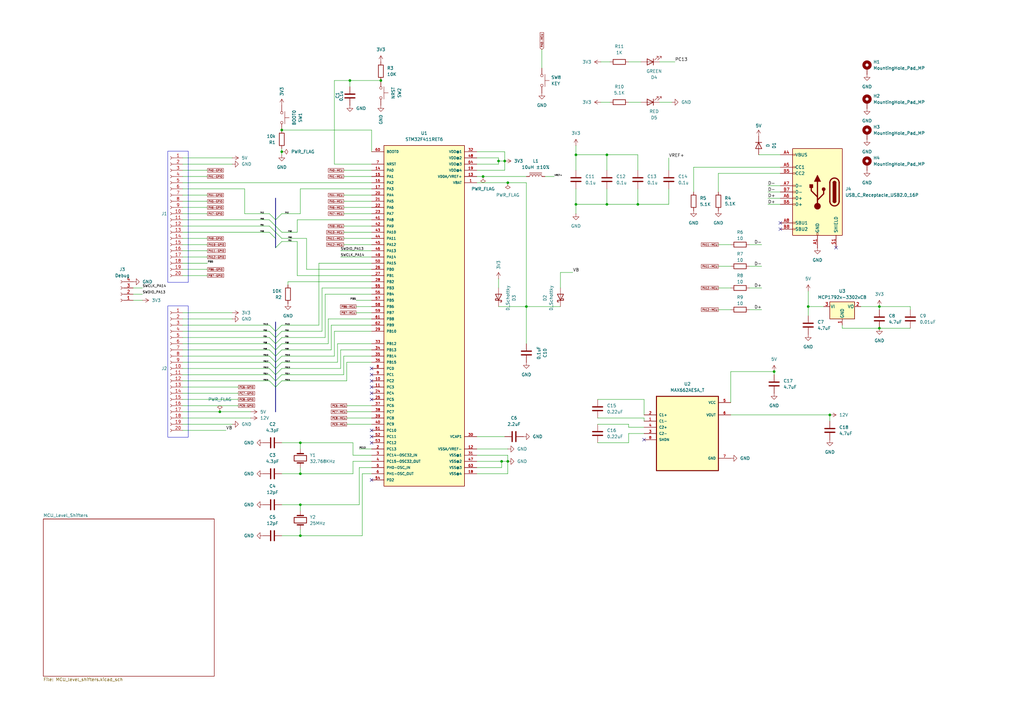
<source format=kicad_sch>
(kicad_sch (version 20250114) (generator "eeschema") (generator_version "9.0")
  (paper "A3")
  (rectangle (start 68.834 61.976) (end 77.216 115.824))
  (rectangle (start 68.834 125.476) (end 77.216 179.324))
  (junction (at 207.01 66.04))
  (junction (at 340.36 170.18))
  (junction (at 205.74 189.23))
  (junction (at 236.22 63.5))
  (junction (at 360.68 134.62))
  (junction (at 317.5 152.4))
  (junction (at 208.28 189.23))
  (junction (at 123.19 219.71))
  (junction (at 143.51 33.02))
  (junction (at 123.19 181.61))
  (junction (at 215.9 125.73))
  (junction (at 123.19 207.01))
  (junction (at 156.21 33.02))
  (junction (at 198.12 72.39))
  (junction (at 208.28 74.93))
  (junction (at 360.68 125.73))
  (junction (at 248.92 63.5))
  (junction (at 236.22 83.82))
  (junction (at 90.17 168.91))
  (junction (at 115.57 53.34))
  (junction (at 204.47 66.04))
  (junction (at 331.47 125.73))
  (junction (at 115.57 62.23))
  (junction (at 261.62 83.82))
  (junction (at 123.19 194.31))
  (junction (at 248.92 83.82))
  (no_connect (at 152.4 176.53))
  (no_connect (at 320.04 93.98))
  (no_connect (at 152.4 161.29))
  (no_connect (at 342.9 101.6))
  (no_connect (at 152.4 181.61))
  (no_connect (at 152.4 151.13))
  (no_connect (at 152.4 158.75))
  (no_connect (at 152.4 179.07))
  (no_connect (at 152.4 163.83))
  (no_connect (at 152.4 196.85))
  (no_connect (at 152.4 156.21))
  (no_connect (at 320.04 91.44))
  (no_connect (at 264.16 180.34))
  (no_connect (at 152.4 153.67))
  (bus_entry (at 110.49 95.25) (size 2.54 2.54))
  (bus_entry (at 110.49 146.05) (size 2.54 2.54))
  (bus_entry (at 113.03 92.71) (size 2.54 2.54))
  (bus_entry (at 113.03 153.67) (size 2.54 -2.54))
  (bus_entry (at 113.03 140.97) (size -2.54 -2.54))
  (bus_entry (at 110.49 90.17) (size 2.54 2.54))
  (bus_entry (at 110.49 87.63) (size 2.54 2.54))
  (bus_entry (at 113.03 148.59) (size 2.54 -2.54))
  (bus_entry (at 113.03 151.13) (size 2.54 -2.54))
  (bus_entry (at 110.49 92.71) (size 2.54 2.54))
  (bus_entry (at 113.03 156.21) (size 2.54 -2.54))
  (bus_entry (at 110.49 156.21) (size 2.54 2.54))
  (bus_entry (at 110.49 151.13) (size 2.54 2.54))
  (bus_entry (at 113.03 140.97) (size 2.54 -2.54))
  (bus_entry (at 113.03 146.05) (size 2.54 -2.54))
  (bus_entry (at 110.49 143.51) (size 2.54 2.54))
  (bus_entry (at 113.03 90.17) (size 2.54 -2.54))
  (bus_entry (at 113.03 158.75) (size 2.54 -2.54))
  (bus_entry (at 110.49 140.97) (size 2.54 2.54))
  (bus_entry (at 113.03 138.43) (size -2.54 -2.54))
  (bus_entry (at 113.03 138.43) (size 2.54 -2.54))
  (bus_entry (at 113.03 135.89) (size 2.54 -2.54))
  (bus_entry (at 110.49 148.59) (size 2.54 2.54))
  (bus_entry (at 113.03 101.6) (size 2.54 -2.54))
  (bus_entry (at 113.03 135.89) (size -2.54 -2.54))
  (bus_entry (at 113.03 95.25) (size 2.54 2.54))
  (bus_entry (at 110.49 153.67) (size 2.54 2.54))
  (bus_entry (at 113.03 143.51) (size 2.54 -2.54))
  (wire (pts (xy 312.42 127) (xy 307.34 127)))
  (wire (pts (xy 205.74 191.77) (xy 205.74 189.23)))
  (wire (pts (xy 345.44 134.62) (xy 360.68 134.62)))
  (wire (pts (xy 121.92 113.03) (xy 152.4 113.03)))
  (bus (pts (xy 113.03 148.59) (xy 113.03 151.13)))
  (wire (pts (xy 74.93 74.93) (xy 152.4 74.93)))
  (wire (pts (xy 130.81 107.95) (xy 130.81 133.35)))
  (wire (pts (xy 331.47 119.38) (xy 331.47 125.73)))
  (wire (pts (xy 152.4 135.89) (xy 137.16 135.89)))
  (wire (pts (xy 95.25 130.81) (xy 74.93 130.81)))
  (wire (pts (xy 195.58 67.31) (xy 204.47 67.31)))
  (bus (pts (xy 113.03 146.05) (xy 113.03 148.59)))
  (wire (pts (xy 236.22 77.47) (xy 236.22 83.82)))
  (wire (pts (xy 195.58 191.77) (xy 205.74 191.77)))
  (wire (pts (xy 353.06 125.73) (xy 360.68 125.73)))
  (wire (pts (xy 134.62 130.81) (xy 134.62 140.97)))
  (wire (pts (xy 115.57 63.5) (xy 115.57 62.23)))
  (wire (pts (xy 133.35 138.43) (xy 115.57 138.43)))
  (wire (pts (xy 74.93 85.09) (xy 85.09 85.09)))
  (wire (pts (xy 121.92 90.17) (xy 121.92 95.25)))
  (wire (pts (xy 294.64 100.33) (xy 299.72 100.33)))
  (wire (pts (xy 137.16 33.02) (xy 143.51 33.02)))
  (wire (pts (xy 139.7 151.13) (xy 115.57 151.13)))
  (wire (pts (xy 138.43 140.97) (xy 138.43 148.59)))
  (wire (pts (xy 95.25 173.99) (xy 74.93 173.99)))
  (wire (pts (xy 74.93 64.77) (xy 95.25 64.77)))
  (wire (pts (xy 294.64 118.11) (xy 299.72 118.11)))
  (wire (pts (xy 74.93 156.21) (xy 110.49 156.21)))
  (wire (pts (xy 152.4 148.59) (xy 142.24 148.59)))
  (wire (pts (xy 74.93 158.75) (xy 97.79 158.75)))
  (wire (pts (xy 123.19 184.15) (xy 123.19 181.61)))
  (wire (pts (xy 74.93 151.13) (xy 110.49 151.13)))
  (wire (pts (xy 123.19 77.47) (xy 123.19 87.63)))
  (wire (pts (xy 360.68 125.73) (xy 373.38 125.73)))
  (wire (pts (xy 264.16 171.45) (xy 245.11 171.45)))
  (bus (pts (xy 113.03 138.43) (xy 113.03 140.97)))
  (wire (pts (xy 146.05 128.27) (xy 152.4 128.27)))
  (wire (pts (xy 138.43 148.59) (xy 115.57 148.59)))
  (wire (pts (xy 248.92 63.5) (xy 248.92 69.85)))
  (wire (pts (xy 74.93 97.79) (xy 85.09 97.79)))
  (wire (pts (xy 152.4 140.97) (xy 138.43 140.97)))
  (wire (pts (xy 146.05 125.73) (xy 152.4 125.73)))
  (wire (pts (xy 139.7 105.41) (xy 152.4 105.41)))
  (wire (pts (xy 140.97 100.33) (xy 152.4 100.33)))
  (wire (pts (xy 236.22 83.82) (xy 248.92 83.82)))
  (wire (pts (xy 123.19 219.71) (xy 148.59 219.71)))
  (wire (pts (xy 204.47 114.3) (xy 204.47 118.11)))
  (wire (pts (xy 294.64 109.22) (xy 299.72 109.22)))
  (wire (pts (xy 207.01 62.23) (xy 207.01 66.04)))
  (wire (pts (xy 195.58 74.93) (xy 208.28 74.93)))
  (wire (pts (xy 74.93 166.37) (xy 97.79 166.37)))
  (wire (pts (xy 264.16 163.83) (xy 245.11 163.83)))
  (wire (pts (xy 152.4 146.05) (xy 140.97 146.05)))
  (wire (pts (xy 74.93 138.43) (xy 110.49 138.43)))
  (wire (pts (xy 207.01 69.85) (xy 207.01 66.04)))
  (wire (pts (xy 95.25 128.27) (xy 74.93 128.27)))
  (wire (pts (xy 102.87 168.91) (xy 90.17 168.91)))
  (wire (pts (xy 314.96 83.82) (xy 320.04 83.82)))
  (wire (pts (xy 345.44 133.35) (xy 345.44 134.62)))
  (wire (pts (xy 234.95 111.76) (xy 229.87 111.76)))
  (wire (pts (xy 123.19 217.17) (xy 123.19 219.71)))
  (wire (pts (xy 299.72 152.4) (xy 299.72 165.1)))
  (wire (pts (xy 195.58 189.23) (xy 205.74 189.23)))
  (wire (pts (xy 123.19 207.01) (xy 147.32 207.01)))
  (wire (pts (xy 74.93 143.51) (xy 110.49 143.51)))
  (wire (pts (xy 314.96 76.2) (xy 320.04 76.2)))
  (wire (pts (xy 264.16 175.26) (xy 257.81 175.26)))
  (wire (pts (xy 146.05 123.19) (xy 152.4 123.19)))
  (wire (pts (xy 299.72 152.4) (xy 317.5 152.4)))
  (wire (pts (xy 142.24 168.91) (xy 152.4 168.91)))
  (wire (pts (xy 140.97 95.25) (xy 152.4 95.25)))
  (wire (pts (xy 74.93 153.67) (xy 110.49 153.67)))
  (wire (pts (xy 215.9 125.73) (xy 229.87 125.73)))
  (wire (pts (xy 54.61 120.65) (xy 58.42 120.65)))
  (wire (pts (xy 74.93 161.29) (xy 97.79 161.29)))
  (wire (pts (xy 74.93 100.33) (xy 85.09 100.33)))
  (wire (pts (xy 215.9 74.93) (xy 215.9 125.73)))
  (wire (pts (xy 142.24 171.45) (xy 152.4 171.45)))
  (wire (pts (xy 257.81 181.61) (xy 245.11 181.61)))
  (wire (pts (xy 195.58 186.69) (xy 208.28 186.69)))
  (wire (pts (xy 236.22 83.82) (xy 236.22 87.63)))
  (wire (pts (xy 74.93 102.87) (xy 85.09 102.87)))
  (wire (pts (xy 274.32 83.82) (xy 274.32 77.47)))
  (wire (pts (xy 74.93 105.41) (xy 85.09 105.41)))
  (wire (pts (xy 90.17 168.91) (xy 74.93 168.91)))
  (wire (pts (xy 248.92 83.82) (xy 261.62 83.82)))
  (wire (pts (xy 270.51 41.91) (xy 275.59 41.91)))
  (wire (pts (xy 152.4 130.81) (xy 134.62 130.81)))
  (bus (pts (xy 113.03 92.71) (xy 113.03 95.25)))
  (wire (pts (xy 74.93 113.03) (xy 85.09 113.03)))
  (wire (pts (xy 140.97 87.63) (xy 152.4 87.63)))
  (wire (pts (xy 312.42 118.11) (xy 307.34 118.11)))
  (wire (pts (xy 360.68 125.73) (xy 360.68 127)))
  (wire (pts (xy 74.93 107.95) (xy 85.09 107.95)))
  (wire (pts (xy 142.24 156.21) (xy 115.57 156.21)))
  (wire (pts (xy 74.93 133.35) (xy 110.49 133.35)))
  (wire (pts (xy 100.33 87.63) (xy 110.49 87.63)))
  (wire (pts (xy 135.89 133.35) (xy 135.89 143.51)))
  (wire (pts (xy 152.4 189.23) (xy 144.78 189.23)))
  (wire (pts (xy 147.32 184.15) (xy 152.4 184.15)))
  (wire (pts (xy 229.87 111.76) (xy 229.87 118.11)))
  (wire (pts (xy 143.51 35.56) (xy 143.51 33.02)))
  (wire (pts (xy 208.28 74.93) (xy 215.9 74.93)))
  (wire (pts (xy 314.96 81.28) (xy 320.04 81.28)))
  (wire (pts (xy 143.51 33.02) (xy 156.21 33.02)))
  (wire (pts (xy 270.51 25.4) (xy 276.86 25.4)))
  (wire (pts (xy 133.35 120.65) (xy 133.35 138.43)))
  (wire (pts (xy 373.38 125.73) (xy 373.38 127)))
  (wire (pts (xy 144.78 189.23) (xy 144.78 194.31)))
  (wire (pts (xy 222.25 20.32) (xy 222.25 27.94)))
  (wire (pts (xy 261.62 83.82) (xy 261.62 77.47)))
  (wire (pts (xy 205.74 189.23) (xy 208.28 189.23)))
  (wire (pts (xy 320.04 71.12) (xy 294.64 71.12)))
  (wire (pts (xy 74.93 90.17) (xy 110.49 90.17)))
  (wire (pts (xy 115.57 133.35) (xy 130.81 133.35)))
  (wire (pts (xy 147.32 207.01) (xy 147.32 191.77)))
  (wire (pts (xy 215.9 125.73) (xy 215.9 140.97)))
  (wire (pts (xy 142.24 148.59) (xy 142.24 156.21)))
  (wire (pts (xy 74.93 67.31) (xy 95.25 67.31)))
  (wire (pts (xy 74.93 92.71) (xy 110.49 92.71)))
  (wire (pts (xy 317.5 152.4) (xy 317.5 153.67)))
  (wire (pts (xy 123.19 194.31) (xy 123.19 191.77)))
  (bus (pts (xy 113.03 132.08) (xy 113.03 135.89)))
  (wire (pts (xy 360.68 134.62) (xy 373.38 134.62)))
  (wire (pts (xy 152.4 115.57) (xy 118.11 115.57)))
  (wire (pts (xy 121.92 113.03) (xy 121.92 99.06)))
  (wire (pts (xy 100.33 87.63) (xy 100.33 77.47)))
  (wire (pts (xy 115.57 95.25) (xy 121.92 95.25)))
  (wire (pts (xy 261.62 83.82) (xy 274.32 83.82)))
  (wire (pts (xy 74.93 80.01) (xy 85.09 80.01)))
  (wire (pts (xy 195.58 194.31) (xy 208.28 194.31)))
  (wire (pts (xy 74.93 146.05) (xy 110.49 146.05)))
  (wire (pts (xy 246.38 25.4) (xy 250.19 25.4)))
  (wire (pts (xy 54.61 123.19) (xy 58.42 123.19)))
  (wire (pts (xy 195.58 62.23) (xy 207.01 62.23)))
  (bus (pts (xy 113.03 158.75) (xy 113.03 168.91)))
  (wire (pts (xy 208.28 186.69) (xy 208.28 189.23)))
  (wire (pts (xy 284.48 68.58) (xy 284.48 78.74)))
  (wire (pts (xy 115.57 219.71) (xy 123.19 219.71)))
  (wire (pts (xy 152.4 120.65) (xy 133.35 120.65)))
  (wire (pts (xy 115.57 62.23) (xy 115.57 60.96)))
  (wire (pts (xy 139.7 143.51) (xy 139.7 151.13)))
  (bus (pts (xy 113.03 143.51) (xy 113.03 146.05)))
  (wire (pts (xy 314.96 78.74) (xy 320.04 78.74)))
  (wire (pts (xy 140.97 153.67) (xy 115.57 153.67)))
  (wire (pts (xy 74.93 87.63) (xy 85.09 87.63)))
  (wire (pts (xy 331.47 125.73) (xy 331.47 129.54)))
  (wire (pts (xy 74.93 110.49) (xy 85.09 110.49)))
  (wire (pts (xy 195.58 179.07) (xy 207.01 179.07)))
  (wire (pts (xy 118.11 115.57) (xy 118.11 116.84)))
  (wire (pts (xy 115.57 53.34) (xy 152.4 53.34)))
  (wire (pts (xy 115.57 194.31) (xy 123.19 194.31)))
  (wire (pts (xy 198.12 72.39) (xy 215.9 72.39)))
  (wire (pts (xy 312.42 109.22) (xy 307.34 109.22)))
  (bus (pts (xy 113.03 135.89) (xy 113.03 138.43)))
  (wire (pts (xy 142.24 173.99) (xy 152.4 173.99)))
  (wire (pts (xy 140.97 97.79) (xy 152.4 97.79)))
  (wire (pts (xy 140.97 69.85) (xy 152.4 69.85)))
  (wire (pts (xy 299.72 170.18) (xy 340.36 170.18)))
  (wire (pts (xy 274.32 64.77) (xy 274.32 69.85)))
  (wire (pts (xy 195.58 69.85) (xy 207.01 69.85)))
  (wire (pts (xy 152.4 133.35) (xy 135.89 133.35)))
  (wire (pts (xy 152.4 53.34) (xy 152.4 62.23)))
  (wire (pts (xy 134.62 140.97) (xy 115.57 140.97)))
  (wire (pts (xy 204.47 64.77) (xy 204.47 66.04)))
  (wire (pts (xy 195.58 184.15) (xy 208.28 184.15)))
  (wire (pts (xy 152.4 77.47) (xy 123.19 77.47)))
  (wire (pts (xy 144.78 181.61) (xy 123.19 181.61)))
  (wire (pts (xy 223.52 72.39) (xy 227.33 72.39)))
  (bus (pts (xy 113.03 97.79) (xy 113.03 101.6)))
  (wire (pts (xy 125.73 110.49) (xy 125.73 97.79)))
  (wire (pts (xy 261.62 63.5) (xy 248.92 63.5)))
  (wire (pts (xy 204.47 125.73) (xy 215.9 125.73)))
  (wire (pts (xy 257.81 25.4) (xy 262.89 25.4)))
  (wire (pts (xy 204.47 66.04) (xy 207.01 66.04)))
  (wire (pts (xy 152.4 107.95) (xy 130.81 107.95)))
  (wire (pts (xy 132.08 118.11) (xy 132.08 135.89)))
  (wire (pts (xy 140.97 72.39) (xy 152.4 72.39)))
  (wire (pts (xy 144.78 194.31) (xy 123.19 194.31)))
  (wire (pts (xy 236.22 59.69) (xy 236.22 63.5)))
  (wire (pts (xy 137.16 146.05) (xy 115.57 146.05)))
  (wire (pts (xy 123.19 207.01) (xy 123.19 209.55)))
  (wire (pts (xy 195.58 72.39) (xy 198.12 72.39)))
  (wire (pts (xy 148.59 219.71) (xy 148.59 194.31)))
  (wire (pts (xy 152.4 194.31) (xy 148.59 194.31)))
  (wire (pts (xy 264.16 170.18) (xy 264.16 163.83)))
  (wire (pts (xy 144.78 186.69) (xy 144.78 181.61)))
  (wire (pts (xy 100.33 77.47) (xy 74.93 77.47)))
  (wire (pts (xy 115.57 97.79) (xy 125.73 97.79)))
  (bus (pts (xy 113.03 90.17) (xy 113.03 92.71)))
  (wire (pts (xy 74.93 163.83) (xy 97.79 163.83)))
  (wire (pts (xy 195.58 64.77) (xy 204.47 64.77)))
  (wire (pts (xy 137.16 135.89) (xy 137.16 146.05)))
  (wire (pts (xy 246.38 41.91) (xy 250.19 41.91)))
  (wire (pts (xy 140.97 80.01) (xy 152.4 80.01)))
  (wire (pts (xy 115.57 181.61) (xy 123.19 181.61)))
  (wire (pts (xy 264.16 177.8) (xy 257.81 177.8)))
  (wire (pts (xy 257.81 173.99) (xy 245.11 173.99)))
  (wire (pts (xy 257.81 175.26) (xy 257.81 173.99)))
  (wire (pts (xy 294.64 127) (xy 299.72 127)))
  (wire (pts (xy 248.92 83.82) (xy 248.92 77.47)))
  (wire (pts (xy 74.93 82.55) (xy 85.09 82.55)))
  (wire (pts (xy 123.19 87.63) (xy 115.57 87.63)))
  (wire (pts (xy 125.73 110.49) (xy 152.4 110.49)))
  (wire (pts (xy 140.97 85.09) (xy 152.4 85.09)))
  (wire (pts (xy 152.4 186.69) (xy 144.78 186.69)))
  (wire (pts (xy 74.93 135.89) (xy 110.49 135.89)))
  (wire (pts (xy 74.93 72.39) (xy 85.09 72.39)))
  (wire (pts (xy 74.93 95.25) (xy 110.49 95.25)))
  (wire (pts (xy 311.15 63.5) (xy 320.04 63.5)))
  (wire (pts (xy 140.97 146.05) (xy 140.97 153.67)))
  (wire (pts (xy 74.93 171.45) (xy 102.87 171.45)))
  (wire (pts (xy 152.4 143.51) (xy 139.7 143.51)))
  (wire (pts (xy 74.93 140.97) (xy 110.49 140.97)))
  (wire (pts (xy 337.82 125.73) (xy 331.47 125.73)))
  (wire (pts (xy 139.7 102.87) (xy 152.4 102.87)))
  (wire (pts (xy 54.61 118.11) (xy 58.42 118.11)))
  (wire (pts (xy 115.57 99.06) (xy 121.92 99.06)))
  (wire (pts (xy 320.04 68.58) (xy 284.48 68.58)))
  (bus (pts (xy 113.03 81.28) (xy 113.03 90.17)))
  (wire (pts (xy 140.97 82.55) (xy 152.4 82.55)))
  (wire (pts (xy 264.16 171.45) (xy 264.16 172.72)))
  (wire (pts (xy 121.92 90.17) (xy 152.4 90.17)))
  (wire (pts (xy 92.71 176.53) (xy 74.93 176.53)))
  (wire (pts (xy 312.42 100.33) (xy 307.34 100.33)))
  (wire (pts (xy 74.93 69.85) (xy 85.09 69.85)))
  (wire (pts (xy 137.16 67.31) (xy 137.16 33.02)))
  (wire (pts (xy 132.08 135.89) (xy 115.57 135.89)))
  (wire (pts (xy 135.89 143.51) (xy 115.57 143.51)))
  (wire (pts (xy 340.36 172.72) (xy 340.36 170.18)))
  (wire (pts (xy 257.81 41.91) (xy 262.89 41.91)))
  (bus (pts (xy 113.03 140.97) (xy 113.03 143.51)))
  (wire (pts (xy 257.81 177.8) (xy 257.81 181.61)))
  (wire (pts (xy 248.92 63.5) (xy 236.22 63.5)))
  (wire (pts (xy 74.93 148.59) (xy 110.49 148.59)))
  (wire (pts (xy 294.64 71.12) (xy 294.64 78.74)))
  (wire (pts (xy 115.57 207.01) (xy 123.19 207.01)))
  (bus (pts (xy 113.03 95.25) (xy 113.03 97.79)))
  (wire (pts (xy 261.62 69.85) (xy 261.62 63.5)))
  (wire (pts (xy 236.22 63.5) (xy 236.22 69.85)))
  (wire (pts (xy 152.4 118.11) (xy 132.08 118.11)))
  (wire (pts (xy 204.47 67.31) (xy 204.47 66.04)))
  (wire (pts (xy 142.24 166.37) (xy 152.4 166.37)))
  (wire (pts (xy 137.16 67.31) (xy 152.4 67.31)))
  (wire (pts (xy 140.97 92.71) (xy 152.4 92.71)))
  (bus (pts (xy 113.03 153.67) (xy 113.03 156.21)))
  (bus (pts (xy 113.03 151.13) (xy 113.03 153.67)))
  (wire (pts (xy 152.4 191.77) (xy 147.32 191.77)))
  (bus (pts (xy 113.03 156.21) (xy 113.03 158.75)))
  (wire (pts (xy 208.28 194.31) (xy 208.28 189.23)))
  (label "PC13" (at 147.32 184.15 0) (effects (font (size 0.635 0.635))))
  (label "VREF+" (at 227.33 72.39 0) (effects (font (size 0.635 0.635))))
  (label "SWDIO_PA13" (at 139.7 102.87 0) (effects (font (size 1.016 1.016))))
  (label "PB10" (at 116.84 146.05 0) (effects (font (size 0.508 0.508))))
  (label "PB10" (at 107.95 146.05 0) (effects (font (size 0.508 0.508))))
  (label "D-" (at 312.42 109.22 180))
  (label "VREF+" (at 274.32 64.77 0))
  (label "PA15" (at 116.84 133.35 0) (effects (font (size 0.508 0.508))))
  (label "PB9" (at 107.95 143.51 0) (effects (font (size 0.508 0.508))))
  (label "PA15" (at 107.95 133.35 0) (effects (font (size 0.508 0.508))))
  (label "PB5" (at 85.09 107.95 0) (effects (font (size 0.762 0.762))))
  (label "PB3" (at 107.95 135.89 0) (effects (font (size 0.508 0.508))))
  (label "PB14" (at 116.84 153.67 0) (effects (font (size 0.508 0.508))))
  (label "PB8" (at 107.95 140.97 0) (effects (font (size 0.508 0.508))))
  (label "PB1" (at 118.11 99.06 0) (effects (font (size 0.508 0.508))))
  (label "PB9" (at 116.84 143.51 0) (effects (font (size 0.508 0.508))))
  (label "PC13" (at 276.86 25.4 0))
  (label "VB" (at 234.95 111.76 0))
  (label "PB15" (at 116.84 156.21 0) (effects (font (size 0.508 0.508))))
  (label "PB8" (at 116.84 140.97 0) (effects (font (size 0.508 0.508))))
  (label "D+" (at 314.96 81.28 0))
  (label "PB0" (at 106.68 90.17 0) (effects (font (size 0.508 0.508))))
  (label "D+" (at 312.42 118.11 180))
  (label "PA3" (at 106.68 87.63 0) (effects (font (size 0.508 0.508))))
  (label "PB15" (at 107.95 156.21 0) (effects (font (size 0.508 0.508))))
  (label "PB13" (at 107.95 151.13 0) (effects (font (size 0.508 0.508))))
  (label "D-" (at 312.42 100.33 180))
  (label "SWCLK_PA14" (at 58.42 118.11 0) (effects (font (size 1.016 1.016))))
  (label "PB12" (at 116.84 148.59 0) (effects (font (size 0.508 0.508))))
  (label "PB12" (at 107.95 148.59 0) (effects (font (size 0.508 0.508))))
  (label "PB0" (at 118.11 97.79 0) (effects (font (size 0.508 0.508))))
  (label "SWCLK_PA14" (at 139.7 105.41 0) (effects (font (size 1.016 1.016))))
  (label "PB1" (at 106.68 92.71 0) (effects (font (size 0.508 0.508))))
  (label "PB3" (at 116.84 135.89 0) (effects (font (size 0.508 0.508))))
  (label "VB" (at 92.71 176.53 0))
  (label "PA8" (at 106.68 95.25 0) (effects (font (size 0.508 0.508))))
  (label "D+" (at 312.42 127 180))
  (label "D-" (at 314.96 76.2 0))
  (label "SWDIO_PA13" (at 58.42 120.65 0) (effects (font (size 1.016 1.016))))
  (label "PB14" (at 107.95 153.67 0) (effects (font (size 0.508 0.508))))
  (label "PB4" (at 107.95 138.43 0) (effects (font (size 0.508 0.508))))
  (label "PB13" (at 116.84 151.13 0) (effects (font (size 0.508 0.508))))
  (label "D+" (at 314.96 83.82 0))
  (label "PA3" (at 116.84 87.63 0) (effects (font (size 0.508 0.508))))
  (label "D-" (at 314.96 78.74 0))
  (label "PB4" (at 116.84 138.43 0) (effects (font (size 0.508 0.508))))
  (label "PB5" (at 146.05 123.19 180) (effects (font (size 0.762 0.762))))
  (label "PA8" (at 118.11 95.25 0) (effects (font (size 0.508 0.508))))
  (global_label "PA12-MCU" (shape passive) (at 140.97 100.33 180) (effects (font (size 0.762 0.762))) (property "Intersheetrefs" "${INTERSHEET_REFS}" (effects (hide yes))))
  (global_label "PA11-MCU" (shape passive) (at 294.64 100.33 180) (effects (font (size 0.762 0.762))) (property "Intersheetrefs" "${INTERSHEET_REFS}" (effects (hide yes))))
  (global_label "PC6-GPIO" (shape passive) (at 97.79 158.75 0) (effects (font (size 0.762 0.762))) (property "Intersheetrefs" "${INTERSHEET_REFS}" (effects (hide yes))))
  (global_label "PA7-GPIO" (shape passive) (at 85.09 87.63 0) (effects (font (size 0.762 0.762))) (property "Intersheetrefs" "${INTERSHEET_REFS}" (effects (hide yes))))
  (global_label "PC8-MCU" (shape passive) (at 142.24 171.45 180) (effects (font (size 0.762 0.762))) (property "Intersheetrefs" "${INTERSHEET_REFS}" (effects (hide yes))))
  (global_label "PB7-MCU" (shape passive) (at 146.05 128.27 180) (effects (font (size 0.762 0.762))) (property "Intersheetrefs" "${INTERSHEET_REFS}" (effects (hide yes))))
  (global_label "PB6-MCU" (shape passive) (at 146.05 125.73 180) (effects (font (size 0.762 0.762))) (property "Intersheetrefs" "${INTERSHEET_REFS}" (effects (hide yes))))
  (global_label "PA0-GPIO" (shape passive) (at 85.09 69.85 0) (effects (font (size 0.762 0.762))) (property "Intersheetrefs" "${INTERSHEET_REFS}" (effects (hide yes))))
  (global_label "PA1-GPIO" (shape passive) (at 85.09 72.39 0) (effects (font (size 0.762 0.762))) (property "Intersheetrefs" "${INTERSHEET_REFS}" (effects (hide yes))))
  (global_label "PA12-MCU" (shape passive) (at 294.64 127 180) (effects (font (size 0.762 0.762))) (property "Intersheetrefs" "${INTERSHEET_REFS}" (effects (hide yes))))
  (global_label "PB7-GPIO" (shape passive) (at 85.09 113.03 0) (effects (font (size 0.762 0.762))) (property "Intersheetrefs" "${INTERSHEET_REFS}" (effects (hide yes))))
  (global_label "PA12-GPIO" (shape passive) (at 85.09 105.41 0) (effects (font (size 0.762 0.762))) (property "Intersheetrefs" "${INTERSHEET_REFS}" (effects (hide yes))))
  (global_label "PA4-GPIO" (shape passive) (at 85.09 80.01 0) (effects (font (size 0.762 0.762))) (property "Intersheetrefs" "${INTERSHEET_REFS}" (effects (hide yes))))
  (global_label "PA9-GPIO" (shape passive) (at 85.09 97.79 0) (effects (font (size 0.762 0.762))) (property "Intersheetrefs" "${INTERSHEET_REFS}" (effects (hide yes))))
  (global_label "PA5-MCU" (shape passive) (at 140.97 82.55 180) (effects (font (size 0.762 0.762))) (property "Intersheetrefs" "${INTERSHEET_REFS}" (effects (hide yes))))
  (global_label "PA7-MCU" (shape passive) (at 140.97 87.63 180) (effects (font (size 0.762 0.762))) (property "Intersheetrefs" "${INTERSHEET_REFS}" (effects (hide yes))))
  (global_label "PC7-GPIO" (shape passive) (at 97.79 161.29 0) (effects (font (size 0.762 0.762))) (property "Intersheetrefs" "${INTERSHEET_REFS}" (effects (hide yes))))
  (global_label "PA11-GPIO" (shape passive) (at 85.09 102.87 0) (effects (font (size 0.762 0.762))) (property "Intersheetrefs" "${INTERSHEET_REFS}" (effects (hide yes))))
  (global_label "PC6-MCU" (shape passive) (at 142.24 166.37 180) (effects (font (size 0.762 0.762))) (property "Intersheetrefs" "${INTERSHEET_REFS}" (effects (hide yes))))
  (global_label "PA6-MCU" (shape passive) (at 140.97 85.09 180) (effects (font (size 0.762 0.762))) (property "Intersheetrefs" "${INTERSHEET_REFS}" (effects (hide yes))))
  (global_label "PC8-GPIO" (shape passive) (at 97.79 163.83 0) (effects (font (size 0.762 0.762))) (property "Intersheetrefs" "${INTERSHEET_REFS}" (effects (hide yes))))
  (global_label "PA9-MCU" (shape passive) (at 140.97 92.71 180) (effects (font (size 0.762 0.762))) (property "Intersheetrefs" "${INTERSHEET_REFS}" (effects (hide yes))))
  (global_label "PA12-MCU" (shape passive) (at 294.64 118.11 180) (effects (font (size 0.762 0.762))) (property "Intersheetrefs" "${INTERSHEET_REFS}" (effects (hide yes))))
  (global_label "PA6-GPIO" (shape passive) (at 85.09 85.09 0) (effects (font (size 0.762 0.762))) (property "Intersheetrefs" "${INTERSHEET_REFS}" (effects (hide yes))))
  (global_label "PC9-GPIO" (shape passive) (at 97.79 166.37 0) (effects (font (size 0.762 0.762))) (property "Intersheetrefs" "${INTERSHEET_REFS}" (effects (hide yes))))
  (global_label "PA4-MCU" (shape passive) (at 140.97 80.01 180) (effects (font (size 0.762 0.762))) (property "Intersheetrefs" "${INTERSHEET_REFS}" (effects (hide yes))))
  (global_label "PA0-MCU" (shape passive) (at 140.97 69.85 180) (effects (font (size 0.762 0.762))) (property "Intersheetrefs" "${INTERSHEET_REFS}" (effects (hide yes))))
  (global_label "PA10-MCU" (shape passive) (at 140.97 95.25 180) (effects (font (size 0.762 0.762))) (property "Intersheetrefs" "${INTERSHEET_REFS}" (effects (hide yes))))
  (global_label "PA1-MCU" (shape passive) (at 140.97 72.39 180) (effects (font (size 0.762 0.762))) (property "Intersheetrefs" "${INTERSHEET_REFS}" (effects (hide yes))))
  (global_label "PA11-MCU" (shape passive) (at 294.64 109.22 180) (effects (font (size 0.762 0.762))) (property "Intersheetrefs" "${INTERSHEET_REFS}" (effects (hide yes))))
  (global_label "PC7-MCU" (shape passive) (at 142.24 168.91 180) (effects (font (size 0.762 0.762))) (property "Intersheetrefs" "${INTERSHEET_REFS}" (effects (hide yes))))
  (global_label "PA10-GPIO" (shape passive) (at 85.09 100.33 0) (effects (font (size 0.762 0.762))) (property "Intersheetrefs" "${INTERSHEET_REFS}" (effects (hide yes))))
  (global_label "PA0-MCU" (shape input) (at 222.25 20.32 90) (effects (font (size 0.762 0.762))) (property "Intersheetrefs" "${INTERSHEET_REFS}" (effects (hide yes))))
  (global_label "PB6-GPIO" (shape passive) (at 85.09 110.49 0) (effects (font (size 0.762 0.762))) (property "Intersheetrefs" "${INTERSHEET_REFS}" (effects (hide yes))))
  (global_label "PC9-MCU" (shape passive) (at 142.24 173.99 180) (effects (font (size 0.762 0.762))) (property "Intersheetrefs" "${INTERSHEET_REFS}" (effects (hide yes))))
  (global_label "PA5-GPIO" (shape passive) (at 85.09 82.55 0) (effects (font (size 0.762 0.762))) (property "Intersheetrefs" "${INTERSHEET_REFS}" (effects (hide yes))))
  (global_label "PA11-MCU" (shape passive) (at 140.97 97.79 180) (effects (font (size 0.762 0.762))) (property "Intersheetrefs" "${INTERSHEET_REFS}" (effects (hide yes))))
  (symbol (lib_id "power:GND") (at 143.51 43.18 0) (unit 1)
    (property "Reference" "#PWR012" (effects (hide yes)))
    (property "Value" "GND" (at 146.05 44.4499 0) (effects (justify left)))
    (property "Description" "Power symbol creates a global label with name \"GND\" , ground" (effects (hide yes)))
  )
  (symbol (lib_id "power:VCC") (at 360.68 125.73 0) (unit 1)
    (property "Reference" "#PWR043" (effects (hide yes)))
    (property "Value" "3V3" (at 360.68 120.65 0))
    (property "Description" "Power symbol creates a global label with name \"VCC\"" (effects (hide yes)))
  )
  (symbol (lib_id "Device:C") (at 111.76 207.01 90) (unit 1)
    (property "Reference" "C4" (at 111.76 199.39 90))
    (property "Value" "12pF" (at 111.76 201.93 90))
    (property "Footprint" "Capacitor_SMD:C_0603_1608Metric_Pad1.08x0.95mm_HandSolder" (effects (hide yes)))
    (property "Description" "Unpolarized capacitor" (effects (hide yes)))
  )
  (symbol (lib_id "power:GND") (at 214.63 179.07 90) (unit 1)
    (property "Reference" "#PWR018" (effects (hide yes)))
    (property "Value" "GND" (at 218.44 179.0699 90) (effects (justify right)))
    (property "Description" "Power symbol creates a global label with name \"GND\" , ground" (effects (hide yes)))
  )
  (symbol (lib_id "Device:C") (at 274.32 73.66 0) (unit 1)
    (property "Reference" "C14" (at 278.13 72.3899 0) (effects (justify left)))
    (property "Value" "0.1u" (at 278.13 74.9299 0) (effects (justify left)))
    (property "Footprint" "Capacitor_SMD:C_0603_1608Metric_Pad1.08x0.95mm_HandSolder" (effects (hide yes)))
    (property "Description" "Unpolarized capacitor" (effects (hide yes)))
  )
  (symbol (lib_id "power:VCC") (at 340.36 170.18 270) (unit 1)
    (property "Reference" "#PWR059" (effects (hide yes)))
    (property "Value" "12V" (at 344.17 170.1799 90) (effects (justify left)))
    (property "Description" "Power symbol creates a global label with name \"VCC\"" (effects (hide yes)))
  )
  (symbol (lib_id "power:GND") (at 107.95 194.31 270) (unit 1)
    (property "Reference" "#PWR015" (effects (hide yes)))
    (property "Value" "GND" (at 104.14 194.3099 90) (effects (justify right)))
    (property "Description" "Power symbol creates a global label with name \"GND\" , ground" (effects (hide yes)))
  )
  (symbol (lib_id "Device:D_Schottky") (at 204.47 121.92 270) (mirror x) (unit 1)
    (property "Reference" "D3" (at 210.82 122.2375 0))
    (property "Value" "D_Schottky" (at 208.28 122.2375 0))
    (property "Footprint" "Diode_SMD:D_0603_1608Metric_Pad1.05x0.95mm_HandSolder" (effects (hide yes)))
    (property "Description" "Schottky diode" (effects (hide yes)))
  )
  (symbol (lib_id "power:GND") (at 275.59 41.91 90) (unit 1)
    (property "Reference" "#PWR049" (effects (hide yes)))
    (property "Value" "GND" (at 279.4 41.9099 90) (effects (justify right)))
    (property "Description" "Power symbol creates a global label with name \"GND\" , ground" (effects (hide yes)))
  )
  (symbol (lib_id "Device:R") (at 254 41.91 90) (unit 1)
    (property "Reference" "R10" (at 254 35.56 90))
    (property "Value" "5.1K" (at 254 38.1 90))
    (property "Footprint" "Resistor_SMD:R_0603_1608Metric_Pad0.98x0.95mm_HandSolder" (effects (hide yes)))
    (property "Description" "Resistor" (effects (hide yes)))
  )
  (symbol (lib_id "power:VCC") (at 156.21 25.4 0) (unit 1)
    (property "Reference" "#PWR011" (effects (hide yes)))
    (property "Value" "3V3" (at 156.21 20.32 0))
    (property "Description" "Power symbol creates a global label with name \"VCC\"" (effects (hide yes)))
  )
  (symbol (lib_id "Device:L_Iron") (at 219.71 72.39 90) (unit 1)
    (property "Reference" "L1" (at 219.71 66.04 90))
    (property "Value" "10uH ±10%" (at 219.71 68.58 90))
    (property "Footprint" "Inductor_SMD:L_0603_1608Metric_Pad1.05x0.95mm_HandSolder" (effects (hide yes)))
    (property "Description" "Inductor with iron core" (effects (hide yes)))
  )
  (symbol (lib_id "Device:C") (at 340.36 176.53 0) (unit 1)
    (property "Reference" "C18" (at 344.17 175.2599 0) (effects (justify left)))
    (property "Value" "4.7uF" (at 344.17 177.7999 0) (effects (justify left)))
    (property "Footprint" "Capacitor_SMD:C_0603_1608Metric_Pad1.08x0.95mm_HandSolder" (effects (hide yes)))
    (property "Description" "Unpolarized capacitor" (effects (hide yes)))
  )
  (symbol (lib_id "Device:R") (at 303.53 109.22 90) (unit 1)
    (property "Reference" "R7" (at 303.53 104.14 90))
    (property "Value" "10" (at 303.53 106.68 90))
    (property "Footprint" "Resistor_SMD:R_0603_1608Metric_Pad0.98x0.95mm_HandSolder" (effects (hide yes)))
    (property "Description" "Resistor" (effects (hide yes)))
  )
  (symbol (lib_id "Device:C") (at 331.47 133.35 0) (unit 1)
    (property "Reference" "C7" (at 335.28 132.0799 0) (effects (justify left)))
    (property "Value" "4.7uF" (at 335.28 134.6199 0) (effects (justify left)))
    (property "Footprint" "Capacitor_SMD:C_0603_1608Metric_Pad1.08x0.95mm_HandSolder" (effects (hide yes)))
    (property "Description" "Unpolarized capacitor" (effects (hide yes)))
  )
  (symbol (lib_id "power:GND") (at 118.11 124.46 0) (unit 1)
    (property "Reference" "#PWR07" (effects (hide yes)))
    (property "Value" "GND" (at 118.11 129.54 0))
    (property "Description" "Power symbol creates a global label with name \"GND\" , ground" (effects (hide yes)))
  )
  (symbol (lib_id "Device:R") (at 294.64 82.55 0) (unit 1)
    (property "Reference" "R4" (at 297.18 81.2799 0) (effects (justify left)))
    (property "Value" "5.1K" (at 301.752 83.566 0) (effects (justify right)))
    (property "Footprint" "Resistor_SMD:R_0603_1608Metric_Pad0.98x0.95mm_HandSolder" (effects (hide yes)))
    (property "Description" "Resistor" (effects (hide yes)))
  )
  (symbol (lib_id "Switch:SW_Push") (at 222.25 33.02 270) (unit 1)
    (property "Reference" "SW8" (at 226.06 31.7499 90) (effects (justify left)))
    (property "Value" "KEY" (at 226.06 34.2899 90) (effects (justify left)))
    (property "Footprint" "Button_Switch_THT:SW_PUSH_6mm" (effects (hide yes)))
    (property "Description" "Push button switch, generic, two pins" (effects (hide yes)))
  )
  (symbol (lib_id "Device:D") (at 311.15 59.69 270) (unit 1)
    (property "Reference" "D1" (at 317.5 59.69 0))
    (property "Value" "D" (at 314.96 59.69 0))
    (property "Footprint" "Diode_SMD:D_0603_1608Metric_Pad1.05x0.95mm_HandSolder" (effects (hide yes)))
    (property "Description" "Diode" (effects (hide yes)))
    (property "Sim.Device" "D" (effects (hide yes)))
    (property "Sim.Pins" "1=K 2=A" (effects (hide yes)))
  )
  (symbol (lib_id "Connector:Conn_01x04_Socket") (at 49.53 120.65 180) (unit 1)
    (property "Reference" "J3" (at 50.165 110.49 0))
    (property "Value" "Debug" (at 50.165 113.03 0))
    (property "Footprint" "Connector_Hirose:Hirose_DF13-04P-1.25DSA_1x04_P1.25mm_Vertical" (effects (hide yes)))
    (property "Description" "Generic connector, single row, 01x04, script generated" (effects (hide yes)))
  )
  (symbol (lib_id "power:PWR_FLAG") (at 208.28 74.93 180) (unit 1)
    (property "Reference" "#FLG07" (effects (hide yes)))
    (property "Value" "PWR_FLAG" (at 208.28 80.01 0))
    (property "Description" "Special symbol for telling ERC where power comes from" (effects (hide yes)))
  )
  (symbol (lib_id "power:GND") (at 215.9 148.59 0) (unit 1)
    (property "Reference" "#PWR045" (effects (hide yes)))
    (property "Value" "GND" (at 215.9 153.67 0))
    (property "Description" "Power symbol creates a global label with name \"GND\" , ground" (effects (hide yes)))
  )
  (symbol (lib_id "power:GND") (at 107.95 207.01 270) (unit 1)
    (property "Reference" "#PWR016" (effects (hide yes)))
    (property "Value" "GND" (at 104.14 207.0099 90) (effects (justify right)))
    (property "Description" "Power symbol creates a global label with name \"GND\" , ground" (effects (hide yes)))
  )
  (symbol (lib_id "Mechanical:MountingHole_Pad_MP") (at 355.6 54.61 0) (unit 1) (in_bom no)
    (property "Reference" "H3" (at 358.14 52.0699 0) (effects (justify left)))
    (property "Value" "MountingHole_Pad_MP" (at 358.14 54.6099 0) (effects (justify left)))
    (property "Footprint" "MountingHole:MountingHole_3.2mm_M3_DIN965_Pad_TopBottom" (effects (hide yes)))
    (property "Description" "Mounting Hole with connection as pad named MP" (effects (hide yes)))
  )
  (symbol (lib_id "power:GND") (at 340.36 180.34 0) (unit 1)
    (property "Reference" "#PWR056" (effects (hide yes)))
    (property "Value" "GND" (at 340.36 185.42 0))
    (property "Description" "Power symbol creates a global label with name \"GND\" , ground" (effects (hide yes)))
  )
  (symbol (lib_id "power:GND") (at 294.64 86.36 0) (unit 1)
    (property "Reference" "#PWR022" (effects (hide yes)))
    (property "Value" "GND" (at 294.64 91.44 0))
    (property "Description" "Power symbol creates a global label with name \"GND\" , ground" (effects (hide yes)))
  )
  (symbol (lib_id "power:VCC") (at 317.5 152.4 0) (unit 1)
    (property "Reference" "#PWR058" (effects (hide yes)))
    (property "Value" "5V" (at 317.5 147.32 0))
    (property "Description" "Power symbol creates a global label with name \"VCC\"" (effects (hide yes)))
  )
  (symbol (lib_id "Connector:USB_C_Receptacle_USB2.0_16P") (at 335.28 78.74 0) (mirror y) (unit 1)
    (property "Reference" "J4" (at 346.71 77.4699 0) (effects (justify right)))
    (property "Value" "USB_C_Receptacle_USB2.0_16P" (at 346.71 80.0099 0) (effects (justify right)))
    (property "Footprint" "Connector_USB:USB_C_Receptacle_G-Switch_GT-USB-7010ASV" (effects (hide yes)))
    (property "Datasheet" "https://www.usb.org/sites/default/files/documents/usb_type-c.zip" (effects (hide yes)))
    (property "Description" "USB 2.0-only 16P Type-C Receptacle connector" (effects (hide yes)))
  )
  (symbol (lib_id "power:GND") (at 355.6 44.45 0) (unit 1)
    (property "Reference" "#PWR097" (effects (hide yes)))
    (property "Value" "GND" (at 355.6 49.53 0))
    (property "Description" "Power symbol creates a global label with name \"GND\" , ground" (effects (hide yes)))
  )
  (symbol (lib_id "power:PWR_FLAG") (at 115.57 62.23 270) (unit 1)
    (property "Reference" "#FLG03" (effects (hide yes)))
    (property "Value" "PWR_FLAG" (at 119.38 62.2299 90) (effects (justify left)))
    (property "Description" "Special symbol for telling ERC where power comes from" (effects (hide yes)))
  )
  (symbol (lib_id "Device:C") (at 143.51 39.37 0) (unit 1)
    (property "Reference" "C1" (at 138.43 39.116 90))
    (property "Value" "0.1u" (at 139.954 39.37 90))
    (property "Footprint" "Capacitor_SMD:C_0603_1608Metric_Pad1.08x0.95mm_HandSolder" (effects (hide yes)))
    (property "Description" "Unpolarized capacitor" (effects (hide yes)))
  )
  (symbol (lib_id "Device:C") (at 373.38 130.81 0) (unit 1)
    (property "Reference" "C9" (at 377.19 129.5399 0) (effects (justify left)))
    (property "Value" "0.01uF" (at 377.19 132.0799 0) (effects (justify left)))
    (property "Footprint" "Capacitor_SMD:C_0603_1608Metric_Pad1.08x0.95mm_HandSolder" (effects (hide yes)))
    (property "Description" "Unpolarized capacitor" (effects (hide yes)))
  )
  (symbol (lib_id "Mechanical:MountingHole_Pad_MP") (at 355.6 27.94 0) (unit 1) (in_bom no)
    (property "Reference" "H1" (at 358.14 25.3999 0) (effects (justify left)))
    (property "Value" "MountingHole_Pad_MP" (at 358.14 27.9399 0) (effects (justify left)))
    (property "Footprint" "MountingHole:MountingHole_3.2mm_M3_DIN965_Pad_TopBottom" (effects (hide yes)))
    (property "Description" "Mounting Hole with connection as pad named MP" (effects (hide yes)))
  )
  (symbol (lib_id "power:GND") (at 355.6 69.85 0) (unit 1)
    (property "Reference" "#PWR099" (effects (hide yes)))
    (property "Value" "GND" (at 355.6 74.93 0))
    (property "Description" "Power symbol creates a global label with name \"GND\" , ground" (effects (hide yes)))
  )
  (symbol (lib_id "Device:C") (at 248.92 73.66 0) (unit 1)
    (property "Reference" "C12" (at 252.73 72.3899 0) (effects (justify left)))
    (property "Value" "0.1u" (at 252.73 74.9299 0) (effects (justify left)))
    (property "Footprint" "Capacitor_SMD:C_0603_1608Metric_Pad1.08x0.95mm_HandSolder" (effects (hide yes)))
    (property "Description" "Unpolarized capacitor" (effects (hide yes)))
  )
  (symbol (lib_id "power:GND") (at 360.68 134.62 0) (unit 1)
    (property "Reference" "#PWR044" (effects (hide yes)))
    (property "Value" "GND" (at 360.68 139.7 0))
    (property "Description" "Power symbol creates a global label with name \"GND\" , ground" (effects (hide yes)))
  )
  (symbol (lib_id "power:VCC") (at 115.57 43.18 0) (unit 1)
    (property "Reference" "#PWR01" (effects (hide yes)))
    (property "Value" "3V3" (at 115.5701 39.37 90) (effects (justify left)))
    (property "Description" "Power symbol creates a global label with name \"VCC\"" (effects (hide yes)))
  )
  (symbol (lib_id "Device:C") (at 261.62 73.66 0) (unit 1)
    (property "Reference" "C13" (at 265.43 72.3899 0) (effects (justify left)))
    (property "Value" "0.1u" (at 265.43 74.9299 0) (effects (justify left)))
    (property "Footprint" "Capacitor_SMD:C_0603_1608Metric_Pad1.08x0.95mm_HandSolder" (effects (hide yes)))
    (property "Description" "Unpolarized capacitor" (effects (hide yes)))
  )
  (symbol (lib_id "power:GND") (at 331.47 137.16 0) (unit 1)
    (property "Reference" "#PWR042" (effects (hide yes)))
    (property "Value" "GND" (at 331.47 142.24 0))
    (property "Description" "Power symbol creates a global label with name \"GND\" , ground" (effects (hide yes)))
  )
  (symbol (lib_id "Device:C") (at 236.22 73.66 0) (unit 1)
    (property "Reference" "C11" (at 240.03 72.3899 0) (effects (justify left)))
    (property "Value" "0.1u" (at 240.03 74.9299 0) (effects (justify left)))
    (property "Footprint" "Capacitor_SMD:C_0603_1608Metric_Pad1.08x0.95mm_HandSolder" (effects (hide yes)))
    (property "Description" "Unpolarized capacitor" (effects (hide yes)))
  )
  (symbol (lib_id "power:VCC") (at 204.47 114.3 0) (unit 1)
    (property "Reference" "#PWR046" (effects (hide yes)))
    (property "Value" "3V3" (at 204.4701 110.49 90) (effects (justify left)))
    (property "Description" "Power symbol creates a global label with name \"VCC\"" (effects (hide yes)))
  )
  (symbol (lib_id "Regulator_Linear:MCP1792x-3302xCB") (at 345.44 125.73 0) (unit 1)
    (property "Reference" "U3" (at 345.44 119.38 0))
    (property "Value" "MCP1792x-3302xCB" (at 345.44 121.92 0))
    (property "Footprint" "Package_DFN_QFN:DFN-6-1EP_3x3mm_P0.95mm_EP1.7x2.6mm" (effects (hide yes)))
    (property "Datasheet" "https://ww1.microchip.com/downloads/aemDocuments/documents/APID/ProductDocuments/DataSheets/MCP1792-Family-Data-Sheet-DS20006229D.pdf" (effects (hide yes)))
    (property "Description" "100mA Low Quiscent Current LDO, 4.5-55V input, 3.3V output, SOT-23" (effects (hide yes)))
  )
  (symbol (lib_id "Device:C") (at 111.76 194.31 90) (unit 1)
    (property "Reference" "C3" (at 111.76 186.69 90))
    (property "Value" "4.3pF" (at 111.76 189.23 90))
    (property "Footprint" "Capacitor_SMD:C_0603_1608Metric_Pad1.08x0.95mm_HandSolder" (effects (hide yes)))
    (property "Description" "Unpolarized capacitor" (effects (hide yes)))
  )
  (symbol (lib_id "power:VCC") (at 102.87 168.91 270) (unit 1)
    (property "Reference" "#PWR08" (effects (hide yes)))
    (property "Value" "5V" (at 106.68 168.9099 90) (effects (justify left)))
    (property "Description" "Power symbol creates a global label with name \"VCC\"" (effects (hide yes)))
  )
  (symbol (lib_id "Connector:Conn_01x20_Socket") (at 69.85 151.13 0) (mirror y) (unit 1)
    (property "Reference" "J2" (at 68.58 151.1299 0) (effects (justify left)))
    (property "Value" "Conn_01x20_Socket" (effects (hide yes)))
    (property "Footprint" "Connector_JST:JST_XA_B20B-XASK-1-A_1x20_P2.50mm_Vertical" (effects (hide yes)))
    (property "Description" "Generic connector, single row, 01x20, script generated" (effects (hide yes)))
  )
  (symbol (lib_id "power:GND") (at 355.6 30.48 0) (unit 1)
    (property "Reference" "#PWR096" (effects (hide yes)))
    (property "Value" "GND" (at 355.6 35.56 0))
    (property "Description" "Power symbol creates a global label with name \"GND\" , ground" (effects (hide yes)))
  )
  (symbol (lib_id "Device:C") (at 111.76 219.71 90) (unit 1)
    (property "Reference" "C5" (at 111.76 212.09 90))
    (property "Value" "12pF" (at 111.76 214.63 90))
    (property "Footprint" "Capacitor_SMD:C_0603_1608Metric_Pad1.08x0.95mm_HandSolder" (effects (hide yes)))
    (property "Description" "Unpolarized capacitor" (effects (hide yes)))
  )
  (symbol (lib_id "power:GND") (at 317.5 161.29 0) (unit 1)
    (property "Reference" "#PWR055" (effects (hide yes)))
    (property "Value" "GND" (at 317.5 166.37 0))
    (property "Description" "Power symbol creates a global label with name \"GND\" , ground" (effects (hide yes)))
  )
  (symbol (lib_id "Device:LED") (at 266.7 25.4 180) (unit 1)
    (property "Reference" "D4" (at 268.2875 31.75 0))
    (property "Value" "GREEN" (at 268.2875 29.21 0))
    (property "Footprint" "LED_SMD:LED_0603_1608Metric_Pad1.05x0.95mm_HandSolder" (effects (hide yes)))
    (property "Description" "Light emitting diode" (effects (hide yes)))
    (property "Sim.Pins" "1=K 2=A" (effects (hide yes)))
  )
  (symbol (lib_id "power:VCC") (at 95.25 64.77 270) (unit 1)
    (property "Reference" "#PWR04" (effects (hide yes)))
    (property "Value" "5V" (at 99.06 64.7699 90) (effects (justify left)))
    (property "Description" "Power symbol creates a global label with name \"VCC\"" (effects (hide yes)))
  )
  (symbol (lib_id "power:GND") (at 107.95 181.61 270) (unit 1)
    (property "Reference" "#PWR014" (effects (hide yes)))
    (property "Value" "GND" (at 104.14 181.6099 90) (effects (justify right)))
    (property "Description" "Power symbol creates a global label with name \"GND\" , ground" (effects (hide yes)))
  )
  (symbol (lib_id "STM32F411RET6:STM32F411RET6") (at 175.26 125.73 0) (unit 1)
    (property "Reference" "U1" (at 173.99 54.61 0))
    (property "Value" "STM32F411RET6" (at 173.99 57.15 0))
    (property "Footprint" "STM32F411RET6:QFP50P1200X1200X160-64N" (effects (hide yes)))
    (property "MF" "STMicroelectronics" (effects (hide yes)))
    (property "Description_1" "ARM® Cortex®-M4 STM32F4 Microcontroller IC 32-Bit Single-Core 100MHz 512KB (512K x 8) FLASH 64-LQFP (10x10)" (effects (hide yes)))
    (property "Package" "LQFP-64 STMicroelectronics" (effects (hide yes)))
    (property "Price" "None" (effects (hide yes)))
    (property "Check_prices" "https://www.snapeda.com/parts/STM32F411RET6/STMicroelectronics/view-part/?ref=eda" (effects (hide yes)))
    (property "SnapEDA_Link" "https://www.snapeda.com/parts/STM32F411RET6/STMicroelectronics/view-part/?ref=snap" (effects (hide yes)))
    (property "MP" "STM32F411RET6" (effects (hide yes)))
    (property "Availability" "In Stock" (effects (hide yes)))
    (property "MANUFACTURER" "ST Microelectronics" (effects (hide yes)))
  )
  (symbol (lib_id "Device:R") (at 254 25.4 90) (unit 1)
    (property "Reference" "R11" (at 254 19.05 90))
    (property "Value" "1K" (at 254 21.59 90))
    (property "Footprint" "Resistor_SMD:R_0603_1608Metric_Pad0.98x0.95mm_HandSolder" (effects (hide yes)))
    (property "Description" "Resistor" (effects (hide yes)))
  )
  (symbol (lib_id "Device:Crystal") (at 123.19 213.36 90) (unit 1)
    (property "Reference" "Y2" (at 127 212.0899 90) (effects (justify right)))
    (property "Value" "25MHz" (at 127 214.6299 90) (effects (justify right)))
    (property "Footprint" "Crystal:Crystal_SMD_0603-2Pin_6.0x3.5mm_HandSoldering" (effects (hide yes)))
    (property "Description" "Two pin crystal" (effects (hide yes)))
  )
  (symbol (lib_id "power:GND") (at 222.25 38.1 0) (unit 1)
    (property "Reference" "#PWR025" (effects (hide yes)))
    (property "Value" "GND" (at 222.25 43.18 0))
    (property "Description" "Power symbol creates a global label with name \"GND\" , ground" (effects (hide yes)))
  )
  (symbol (lib_id "Device:R") (at 115.57 57.15 180) (unit 1)
    (property "Reference" "R1" (at 113.03 58.4201 0) (effects (justify left)))
    (property "Value" "10k" (at 113.03 55.8801 0) (effects (justify left)))
    (property "Footprint" "Resistor_SMD:R_0603_1608Metric_Pad0.98x0.95mm_HandSolder" (effects (hide yes)))
    (property "Description" "Resistor" (effects (hide yes)))
  )
  (symbol (lib_id "power:VCC") (at 236.22 59.69 0) (unit 1)
    (property "Reference" "#PWR050" (effects (hide yes)))
    (property "Value" "3V3" (at 236.22 54.61 0))
    (property "Description" "Power symbol creates a global label with name \"VCC\"" (effects (hide yes)))
  )
  (symbol (lib_id "Mechanical:MountingHole_Pad_MP") (at 355.6 41.91 0) (unit 1) (in_bom no)
    (property "Reference" "H2" (at 358.14 39.3699 0) (effects (justify left)))
    (property "Value" "MountingHole_Pad_MP" (at 358.14 41.9099 0) (effects (justify left)))
    (property "Footprint" "MountingHole:MountingHole_3.2mm_M3_DIN965_Pad_TopBottom" (effects (hide yes)))
    (property "Description" "Mounting Hole with connection as pad named MP" (effects (hide yes)))
  )
  (symbol (lib_id "power:GND") (at 156.21 43.18 0) (unit 1)
    (property "Reference" "#PWR013" (effects (hide yes)))
    (property "Value" "GND" (at 156.2101 46.99 90) (effects (justify right)))
    (property "Description" "Power symbol creates a global label with name \"GND\" , ground" (effects (hide yes)))
  )
  (symbol (lib_id "Device:C") (at 210.82 179.07 90) (unit 1)
    (property "Reference" "C6" (at 210.82 171.45 90))
    (property "Value" "2.2uF" (at 210.82 173.99 90))
    (property "Footprint" "Capacitor_SMD:C_0603_1608Metric_Pad1.08x0.95mm_HandSolder" (effects (hide yes)))
    (property "Description" "Unpolarized capacitor" (effects (hide yes)))
  )
  (symbol (lib_id "Device:R") (at 303.53 100.33 90) (unit 1)
    (property "Reference" "R6" (at 303.53 95.25 90))
    (property "Value" "10" (at 303.53 97.79 90))
    (property "Footprint" "Resistor_SMD:R_0603_1608Metric_Pad0.98x0.95mm_HandSolder" (effects (hide yes)))
    (property "Description" "Resistor" (effects (hide yes)))
  )
  (symbol (lib_id "power:PWR_FLAG") (at 198.12 72.39 180) (unit 1)
    (property "Reference" "#FLG06" (effects (hide yes)))
    (property "Value" "PWR_FLAG" (at 198.12 77.47 0))
    (property "Description" "Special symbol for telling ERC where power comes from" (effects (hide yes)))
  )
  (symbol (lib_id "power:VCC") (at 331.47 119.38 0) (unit 1)
    (property "Reference" "#PWR041" (effects (hide yes)))
    (property "Value" "5V" (at 331.47 114.3 0))
    (property "Description" "Power symbol creates a global label with name \"VCC\"" (effects (hide yes)))
  )
  (symbol (lib_id "power:GND") (at 95.25 67.31 90) (unit 1)
    (property "Reference" "#PWR03" (effects (hide yes)))
    (property "Value" "GND" (at 99.06 67.3099 90) (effects (justify right)))
    (property "Description" "Power symbol creates a global label with name \"GND\" , ground" (effects (hide yes)))
  )
  (symbol (lib_id "Device:R") (at 118.11 120.65 180) (unit 1)
    (property "Reference" "R2" (at 115.57 121.9201 0) (effects (justify left)))
    (property "Value" "10K" (at 115.57 119.3801 0) (effects (justify left)))
    (property "Footprint" "Resistor_SMD:R_0603_1608Metric_Pad0.98x0.95mm_HandSolder" (effects (hide yes)))
    (property "Description" "Resistor" (effects (hide yes)))
  )
  (symbol (lib_id "power:GND") (at 54.61 115.57 90) (unit 1)
    (property "Reference" "#PWR020" (effects (hide yes)))
    (property "Value" "GND" (at 58.42 115.5699 90) (effects (justify right)))
    (property "Description" "Power symbol creates a global label with name \"GND\" , ground" (effects (hide yes)))
  )
  (symbol (lib_id "Device:R") (at 303.53 118.11 90) (unit 1)
    (property "Reference" "R8" (at 303.53 113.03 90))
    (property "Value" "10" (at 303.53 115.57 90))
    (property "Footprint" "Resistor_SMD:R_0603_1608Metric_Pad0.98x0.95mm_HandSolder" (effects (hide yes)))
    (property "Description" "Resistor" (effects (hide yes)))
  )
  (symbol (lib_id "Device:C") (at 111.76 181.61 90) (unit 1)
    (property "Reference" "C2" (at 111.76 173.99 90))
    (property "Value" "4.3pF" (at 111.76 176.53 90))
    (property "Footprint" "Capacitor_SMD:C_0603_1608Metric_Pad1.08x0.95mm_HandSolder" (effects (hide yes)))
    (property "Description" "Unpolarized capacitor" (effects (hide yes)))
  )
  (symbol (lib_id "power:GND") (at 95.25 130.81 90) (unit 1)
    (property "Reference" "#PWR06" (effects (hide yes)))
    (property "Value" "GND" (at 99.06 130.8099 90) (effects (justify right)))
    (property "Description" "Power symbol creates a global label with name \"GND\" , ground" (effects (hide yes)))
  )
  (symbol (lib_id "Device:R") (at 303.53 127 90) (unit 1)
    (property "Reference" "R9" (at 303.53 121.92 90))
    (property "Value" "10" (at 303.53 124.46 90))
    (property "Footprint" "Resistor_SMD:R_0603_1608Metric_Pad0.98x0.95mm_HandSolder" (effects (hide yes)))
    (property "Description" "Resistor" (effects (hide yes)))
  )
  (symbol (lib_id "power:GND") (at 115.57 63.5 0) (unit 1)
    (property "Reference" "#PWR02" (effects (hide yes)))
    (property "Value" "GND" (at 115.57 68.58 0))
    (property "Description" "Power symbol creates a global label with name \"GND\" , ground" (effects (hide yes)))
  )
  (symbol (lib_id "Device:Crystal") (at 123.19 187.96 90) (unit 1)
    (property "Reference" "Y1" (at 127 186.6899 90) (effects (justify right)))
    (property "Value" "32.768KHz" (at 127 189.2299 90) (effects (justify right)))
    (property "Footprint" "Crystal:Crystal_SMD_0603-2Pin_6.0x3.5mm_HandSoldering" (effects (hide yes)))
    (property "Description" "Two pin crystal" (effects (hide yes)))
  )
  (symbol (lib_id "Device:C") (at 360.68 130.81 0) (unit 1)
    (property "Reference" "C8" (at 364.49 129.5399 0) (effects (justify left)))
    (property "Value" "4.7uF" (at 364.49 132.0799 0) (effects (justify left)))
    (property "Footprint" "Capacitor_SMD:C_0603_1608Metric_Pad1.08x0.95mm_HandSolder" (effects (hide yes)))
    (property "Description" "Unpolarized capacitor" (effects (hide yes)))
  )
  (symbol (lib_id "Switch:SW_Push") (at 115.57 48.26 270) (unit 1)
    (property "Reference" "SW1" (at 123.19 48.26 0))
    (property "Value" "BOOT0" (at 120.65 48.26 0))
    (property "Footprint" "Button_Switch_THT:SW_PUSH_6mm" (effects (hide yes)))
    (property "Description" "Push button switch, generic, two pins" (effects (hide yes)))
  )
  (symbol (lib_id "Device:C") (at 245.11 167.64 0) (unit 1)
    (property "Reference" "C15" (at 248.92 166.3699 0) (effects (justify left)))
    (property "Value" "0.22uF" (at 248.92 168.9099 0) (effects (justify left)))
    (property "Footprint" "Capacitor_SMD:C_0603_1608Metric_Pad1.08x0.95mm_HandSolder" (effects (hide yes)))
    (property "Description" "Unpolarized capacitor" (effects (hide yes)))
  )
  (symbol (lib_id "power:GND") (at 335.28 101.6 0) (unit 1)
    (property "Reference" "#PWR019" (effects (hide yes)))
    (property "Value" "GND" (at 335.28 106.68 0))
    (property "Description" "Power symbol creates a global label with name \"GND\" , ground" (effects (hide yes)))
  )
  (symbol (lib_id "power:GND") (at 208.28 189.23 90) (unit 1)
    (property "Reference" "#PWR053" (effects (hide yes)))
    (property "Value" "GND" (at 212.09 189.2299 90) (effects (justify right)))
    (property "Description" "Power symbol creates a global label with name \"GND\" , ground" (effects (hide yes)))
  )
  (symbol (lib_id "power:GND") (at 95.25 173.99 90) (unit 1)
    (property "Reference" "#PWR010" (effects (hide yes)))
    (property "Value" "GND" (at 99.06 173.9899 90) (effects (justify right)))
    (property "Description" "Power symbol creates a global label with name \"GND\" , ground" (effects (hide yes)))
  )
  (symbol (lib_id "power:VCC") (at 95.25 128.27 270) (unit 1)
    (property "Reference" "#PWR05" (effects (hide yes)))
    (property "Value" "3V3" (at 99.06 128.2699 90) (effects (justify left)))
    (property "Description" "Power symbol creates a global label with name \"VCC\"" (effects (hide yes)))
  )
  (symbol (lib_id "power:VCC") (at 246.38 41.91 90) (unit 1)
    (property "Reference" "#PWR048" (effects (hide yes)))
    (property "Value" "3V3" (at 242.57 41.9099 90) (effects (justify left)))
    (property "Description" "Power symbol creates a global label with name \"VCC\"" (effects (hide yes)))
  )
  (symbol (lib_id "Switch:SW_Push") (at 156.21 38.1 270) (unit 1)
    (property "Reference" "SW2" (at 163.83 38.1 0))
    (property "Value" "NRST" (at 161.29 38.1 0))
    (property "Footprint" "Button_Switch_THT:SW_PUSH_6mm" (effects (hide yes)))
    (property "Description" "Push button switch, generic, two pins" (effects (hide yes)))
  )
  (symbol (lib_id "Device:C") (at 317.5 157.48 0) (unit 1)
    (property "Reference" "C17" (at 321.31 156.2099 0) (effects (justify left)))
    (property "Value" "4.7uF" (at 321.31 158.7499 0) (effects (justify left)))
    (property "Footprint" "Capacitor_SMD:C_0603_1608Metric_Pad1.08x0.95mm_HandSolder" (effects (hide yes)))
    (property "Description" "Unpolarized capacitor" (effects (hide yes)))
  )
  (symbol (lib_id "power:GND") (at 284.48 86.36 0) (unit 1)
    (property "Reference" "#PWR023" (effects (hide yes)))
    (property "Value" "GND" (at 284.48 91.44 0))
    (property "Description" "Power symbol creates a global label with name \"GND\" , ground" (effects (hide yes)))
  )
  (symbol (lib_id "Device:C") (at 245.11 177.8 0) (unit 1)
    (property "Reference" "C16" (at 248.92 176.5299 0) (effects (justify left)))
    (property "Value" "0.22uF" (at 248.92 179.0699 0) (effects (justify left)))
    (property "Footprint" "Capacitor_SMD:C_0603_1608Metric_Pad1.08x0.95mm_HandSolder" (effects (hide yes)))
    (property "Description" "Unpolarized capacitor" (effects (hide yes)))
  )
  (symbol (lib_id "power:VCC") (at 246.38 25.4 90) (unit 1)
    (property "Reference" "#PWR047" (effects (hide yes)))
    (property "Value" "3V3" (at 242.57 25.3999 90) (effects (justify left)))
    (property "Description" "Power symbol creates a global label with name \"VCC\"" (effects (hide yes)))
  )
  (symbol (lib_id "MAX662AESA_T:MAX662AESA_T") (at 281.94 177.8 0) (unit 1)
    (property "Reference" "U2" (at 281.94 157.48 0))
    (property "Value" "MAX662AESA_T" (at 281.94 160.02 0))
    (property "Footprint" "MAX662AESA+T:SOIC127P600X175-8N" (effects (hide yes)))
    (property "MF" "Analog Devices" (effects (hide yes)))
    (property "Description_1" "12V, 30mA Flash Memory Programming Supply" (effects (hide yes)))
    (property "Package" "SOIC-8 Maxim" (effects (hide yes)))
    (property "Price" "None" (effects (hide yes)))
    (property "Check_prices" "https://www.snapeda.com/parts/MAX662AESA+T/Analog+Devices/view-part/?ref=eda" (effects (hide yes)))
    (property "SnapEDA_Link" "https://www.snapeda.com/parts/MAX662AESA+T/Analog+Devices/view-part/?ref=snap" (effects (hide yes)))
    (property "MP" "MAX662AESA+T" (effects (hide yes)))
    (property "Availability" "In Stock" (effects (hide yes)))
    (property "Manufacturer" "Maxim Integrated" (effects (hide yes)))
  )
  (symbol (lib_id "Mechanical:MountingHole_Pad_MP") (at 355.6 67.31 0) (unit 1) (in_bom no)
    (property "Reference" "H4" (at 358.14 64.7699 0) (effects (justify left)))
    (property "Value" "MountingHole_Pad_MP" (at 358.14 67.3099 0) (effects (justify left)))
    (property "Footprint" "MountingHole:MountingHole_3.2mm_M3_DIN965_Pad_TopBottom" (effects (hide yes)))
    (property "Description" "Mounting Hole with connection as pad named MP" (effects (hide yes)))
  )
  (symbol (lib_id "power:VCC") (at 58.42 123.19 270) (unit 1)
    (property "Reference" "#PWR021" (effects (hide yes)))
    (property "Value" "3V3" (at 62.23 123.1899 90) (effects (justify left)))
    (property "Description" "Power symbol creates a global label with name \"VCC\"" (effects (hide yes)))
  )
  (symbol (lib_id "power:VCC") (at 207.01 66.04 270) (unit 1)
    (property "Reference" "#PWR052" (effects (hide yes)))
    (property "Value" "3V3" (at 210.82 66.0399 90) (effects (justify left)))
    (property "Description" "Power symbol creates a global label with name \"VCC\"" (effects (hide yes)))
  )
  (symbol (lib_id "Device:D_Schottky") (at 229.87 121.92 90) (unit 1)
    (property "Reference" "D2" (at 223.52 122.2375 0))
    (property "Value" "D_Schottky" (at 226.06 122.2375 0))
    (property "Footprint" "Diode_SMD:D_0603_1608Metric_Pad1.05x0.95mm_HandSolder" (effects (hide yes)))
    (property "Description" "Schottky diode" (effects (hide yes)))
  )
  (symbol (lib_id "Device:R") (at 284.48 82.55 0) (unit 1)
    (property "Reference" "R5" (at 287.02 81.2799 0) (effects (justify left)))
    (property "Value" "5.1K" (at 287.02 83.8199 0) (effects (justify left)))
    (property "Footprint" "Resistor_SMD:R_0603_1608Metric_Pad0.98x0.95mm_HandSolder" (effects (hide yes)))
    (property "Description" "Resistor" (effects (hide yes)))
  )
  (symbol (lib_id "power:PWR_FLAG") (at 90.17 168.91 0) (unit 1)
    (property "Reference" "#FLG05" (effects (hide yes)))
    (property "Value" "PWR_FLAG" (at 90.17 163.83 0))
    (property "Description" "Special symbol for telling ERC where power comes from" (effects (hide yes)))
  )
  (symbol (lib_id "power:GND") (at 107.95 219.71 270) (unit 1)
    (property "Reference" "#PWR017" (effects (hide yes)))
    (property "Value" "GND" (at 104.14 219.7099 90) (effects (justify right)))
    (property "Description" "Power symbol creates a global label with name \"GND\" , ground" (effects (hide yes)))
  )
  (symbol (lib_id "Connector:Conn_01x20_Socket") (at 69.85 87.63 0) (mirror y) (unit 1)
    (property "Reference" "J1" (at 68.58 87.6299 0) (effects (justify left)))
    (property "Value" "Conn_01x20_Socket" (effects (hide yes)))
    (property "Footprint" "Connector_JST:JST_XA_B20B-XASK-1-A_1x20_P2.50mm_Vertical" (effects (hide yes)))
    (property "Description" "Generic connector, single row, 01x20, script generated" (effects (hide yes)))
  )
  (symbol (lib_id "Device:R") (at 156.21 29.21 0) (unit 1)
    (property "Reference" "R3" (at 158.75 27.9399 0) (effects (justify left)))
    (property "Value" "10K" (at 158.75 30.4799 0) (effects (justify left)))
    (property "Footprint" "Resistor_SMD:R_0603_1608Metric_Pad0.98x0.95mm_HandSolder" (effects (hide yes)))
    (property "Description" "Resistor" (effects (hide yes)))
  )
  (symbol (lib_id "power:GND") (at 299.72 187.96 90) (unit 1)
    (property "Reference" "#PWR057" (effects (hide yes)))
    (property "Value" "GND" (at 303.53 187.9599 90) (effects (justify right)))
    (property "Description" "Power symbol creates a global label with name \"GND\" , ground" (effects (hide yes)))
  )
  (symbol (lib_id "power:GND") (at 208.28 184.15 90) (unit 1)
    (property "Reference" "#PWR054" (effects (hide yes)))
    (property "Value" "GND" (at 212.09 184.1499 90) (effects (justify right)))
    (property "Description" "Power symbol creates a global label with name \"GND\" , ground" (effects (hide yes)))
  )
  (symbol (lib_id "Device:C") (at 215.9 144.78 0) (unit 1)
    (property "Reference" "C10" (at 223.52 144.78 90))
    (property "Value" "0.1uF" (at 220.98 144.78 90))
    (property "Footprint" "Capacitor_SMD:C_0603_1608Metric_Pad1.08x0.95mm_HandSolder" (effects (hide yes)))
    (property "Description" "Unpolarized capacitor" (effects (hide yes)))
  )
  (symbol (lib_id "Device:LED") (at 266.7 41.91 180) (unit 1)
    (property "Reference" "D5" (at 268.2875 48.26 0))
    (property "Value" "RED" (at 268.2875 45.72 0))
    (property "Footprint" "LED_SMD:LED_0603_1608Metric_Pad1.05x0.95mm_HandSolder" (effects (hide yes)))
    (property "Description" "Light emitting diode" (effects (hide yes)))
    (property "Sim.Pins" "1=K 2=A" (effects (hide yes)))
  )
  (symbol (lib_id "power:VCC") (at 102.87 171.45 270) (unit 1)
    (property "Reference" "#PWR09" (effects (hide yes)))
    (property "Value" "12V" (at 106.68 171.4499 90) (effects (justify left)))
    (property "Description" "Power symbol creates a global label with name \"VCC\"" (effects (hide yes)))
  )
  (symbol (lib_id "power:VCC") (at 311.15 55.88 0) (unit 1)
    (property "Reference" "#PWR024" (effects (hide yes)))
    (property "Value" "5V" (at 309.88 51.562 0) (effects (justify left)))
    (property "Description" "Power symbol creates a global label with name \"VCC\"" (effects (hide yes)))
  )
  (symbol (lib_id "power:GND") (at 355.6 57.15 0) (unit 1)
    (property "Reference" "#PWR098" (effects (hide yes)))
    (property "Value" "GND" (at 355.6 62.23 0))
    (property "Description" "Power symbol creates a global label with name \"GND\" , ground" (effects (hide yes)))
  )
  (symbol (lib_id "power:GND") (at 236.22 87.63 0) (unit 1)
    (property "Reference" "#PWR051" (effects (hide yes)))
    (property "Value" "GND" (at 236.22 92.71 0))
    (property "Description" "Power symbol creates a global label with name \"GND\" , ground" (effects (hide yes)))
  )
  (sheet (at 17.78 212.852) (size 70.104 64.516) (stroke (width 0.1524))
    (property "Sheetname" "MCU_Level_Shifters" (at 17.78 212.1404 0) (effects (justify left bottom)))
    (property "Sheetfile" "MCU_level_shifters.kicad_sch" (at 17.78 277.9526 0) (effects (justify left top)))
  )
)
</source>
